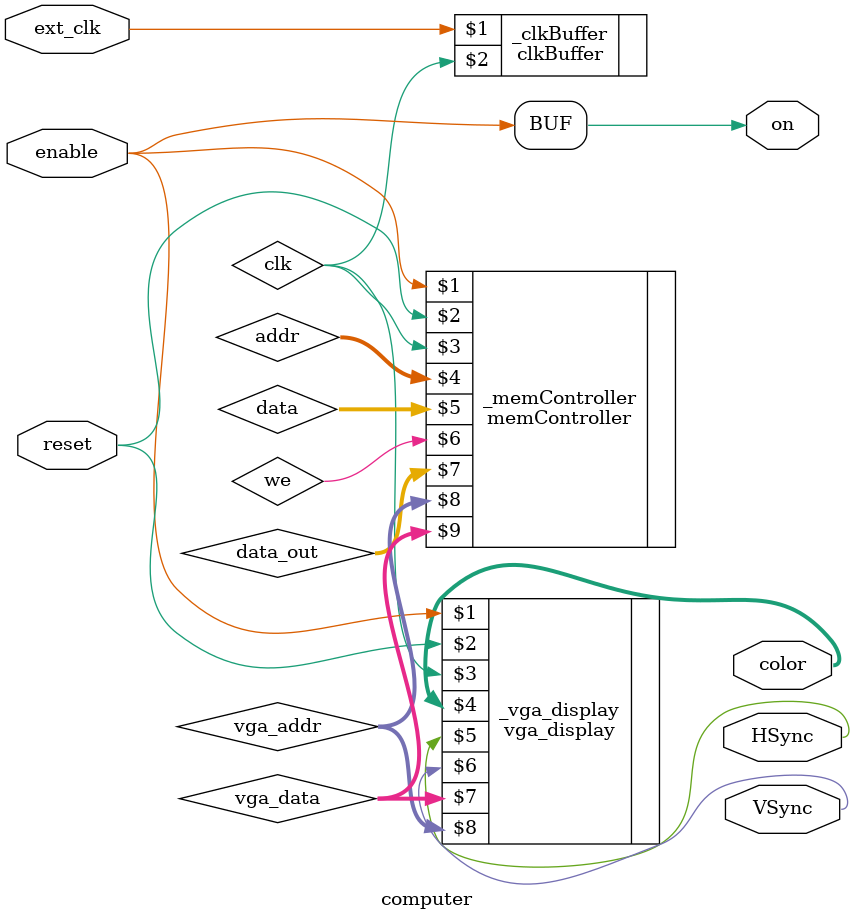
<source format=v>
`timescale 1ns / 1ps
module computer(
	input enable,
	input reset,
	input ext_clk,
	output [7:0] color, // rrr_ggg_bb
	output HSync,
	output VSync,
	output on // enable LED
    );
	 
	wire [14:0] addr;
	wire [15:0] data;
	wire we;
	wire [15:0] data_out;
	wire [14:0] vga_addr;
	wire [15:0] vga_data;
	 
	clkBuffer _clkBuffer(ext_clk, clk);
	
	memController _memController(enable, reset, clk, addr, data, we, data_out, vga_addr, vga_data);
	vga_display _vga_display(enable, reset, clk, color, HSync, VSync, vga_data, vga_addr);

	assign on = enable;
	
endmodule

</source>
